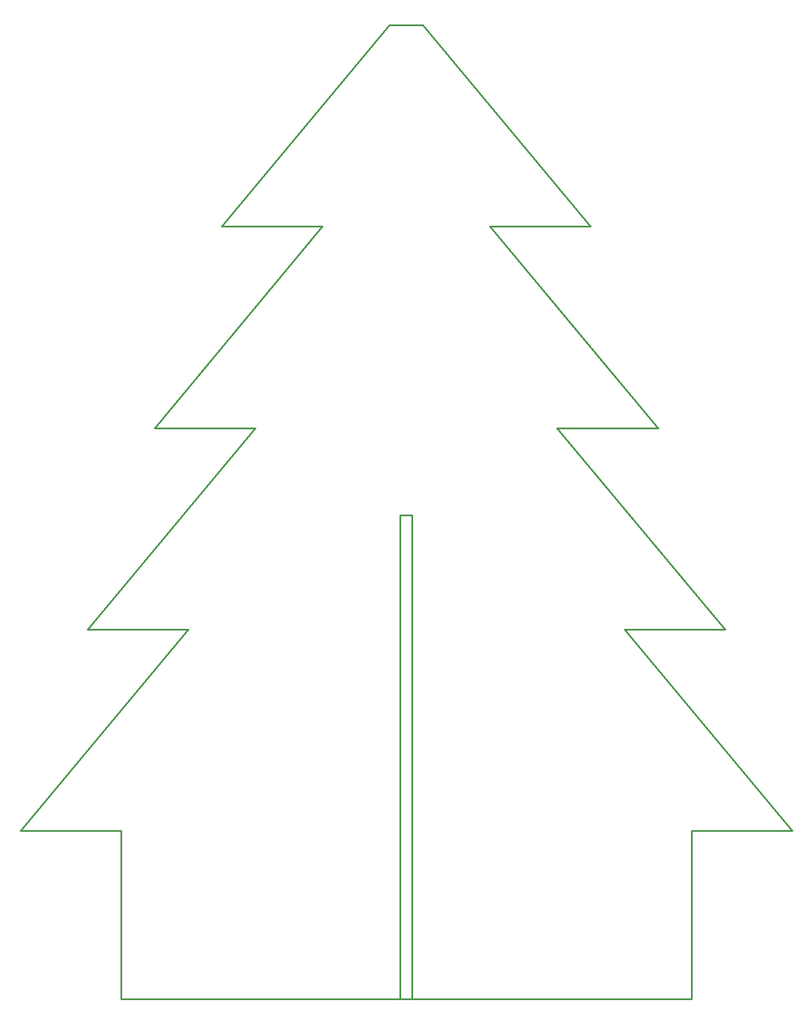
<source format=gbr>
G04 EAGLE Gerber RS-274X export*
G75*
%MOMM*%
%FSLAX34Y34*%
%LPD*%
%IN*%
%IPPOS*%
%AMOC8*
5,1,8,0,0,1.08239X$1,22.5*%
G01*
%ADD10C,0.254000*%


D10*
X-150000Y250000D02*
X0Y250000D01*
X0Y0D01*
X850000Y0D01*
X850000Y250000D01*
X1000000Y250000D01*
X750000Y550000D01*
X900000Y550000D01*
X650000Y850000D01*
X800000Y850000D01*
X550000Y1150000D01*
X700000Y1150000D01*
X450000Y1450000D01*
X400000Y1450000D01*
X150000Y1150000D01*
X300000Y1150000D01*
X50000Y850000D01*
X200000Y850000D01*
X-50000Y550000D01*
X100000Y550000D01*
X-150000Y250000D01*
X416050Y0D02*
X434050Y0D01*
X434050Y720000D01*
X416050Y720000D01*
X416050Y0D01*
M02*

</source>
